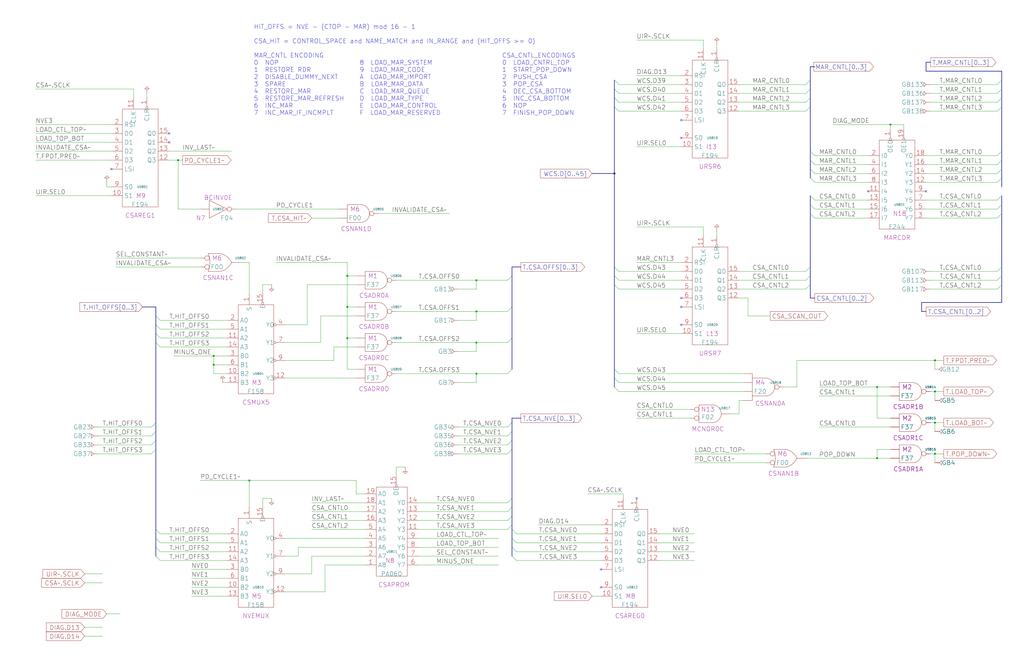
<source format=kicad_sch>
(kicad_sch (version 20230121) (generator eeschema)
  (paper "User" 584.2 378.46)
  (title_block (title "WRITABLE CONTROL STORE\\nCSA CONTROL") (date "15-MAR-90") (rev "1.0") (comment 1 "TYPE") (comment 2 "232-003062") (comment 3 "S400") (comment 4 "RELEASED"))
  (junction (at 533.4 259.08))
  (junction (at 121.92 203.2))
  (junction (at 533.4 241.3))
  (junction (at 101.6 91.44))
  (junction (at 271.78 213.36))
  (junction (at 271.78 177.8))
  (junction (at 500.38 220.98))
  (junction (at 508 71.12))
  (junction (at 500.38 261.62))
  (junction (at 533.4 223.52))
  (junction (at 198.12 175.26))
  (junction (at 198.12 193.04))
  (junction (at 350.52 99.06))
  (junction (at 271.78 160.02))
  (junction (at 533.4 205.74))
  (junction (at 271.78 195.58))
  (junction (at 121.92 208.28))
  (junction (at 198.12 157.48))
  (junction (at 142.24 274.32))
  (no_connect (at 342.9 335.28))
  (no_connect (at 388.62 78.74))
  (no_connect (at 388.62 185.42))
  (no_connect (at 96.52 81.28))
  (no_connect (at 495.3 109.22))
  (no_connect (at 363.22 284.48))
  (no_connect (at 342.9 325.12))
  (no_connect (at 96.52 76.2))
  (no_connect (at 388.62 175.26))
  (no_connect (at 388.62 170.18))
  (no_connect (at 528.32 109.22))
  (no_connect (at 63.5 96.52))
  (no_connect (at 388.62 68.58))
  (bus_entry (at 350.52 45.72) (size 2.54 2.54))
  (bus_entry (at 571.5 45.72) (size -2.54 2.54))
  (bus_entry (at 292.1 317.5) (size 2.54 2.54))
  (bus_entry (at 292.1 302.26) (size 2.54 2.54))
  (bus_entry (at 292.1 256.54) (size -2.54 2.54))
  (bus_entry (at 571.5 55.88) (size -2.54 2.54))
  (bus_entry (at 292.1 299.72) (size -2.54 2.54))
  (bus_entry (at 292.1 175.26) (size -2.54 2.54))
  (bus_entry (at 88.9 246.38) (size -2.54 2.54))
  (bus_entry (at 350.52 215.9) (size 2.54 2.54))
  (bus_entry (at 462.28 60.96) (size -2.54 2.54))
  (bus_entry (at 88.9 195.58) (size 2.54 2.54))
  (bus_entry (at 571.5 116.84) (size -2.54 2.54))
  (bus_entry (at 462.28 162.56) (size -2.54 2.54))
  (bus_entry (at 350.52 162.56) (size 2.54 2.54))
  (bus_entry (at 88.9 185.42) (size 2.54 2.54))
  (bus_entry (at 462.28 101.6) (size 2.54 2.54))
  (bus_entry (at 292.1 193.04) (size -2.54 2.54))
  (bus_entry (at 350.52 210.82) (size 2.54 2.54))
  (bus_entry (at 571.5 157.48) (size -2.54 2.54))
  (bus_entry (at 292.1 251.46) (size -2.54 2.54))
  (bus_entry (at 462.28 55.88) (size -2.54 2.54))
  (bus_entry (at 571.5 111.76) (size -2.54 2.54))
  (bus_entry (at 88.9 307.34) (size 2.54 2.54))
  (bus_entry (at 88.9 241.3) (size -2.54 2.54))
  (bus_entry (at 292.1 294.64) (size -2.54 2.54))
  (bus_entry (at 292.1 284.48) (size -2.54 2.54))
  (bus_entry (at 88.9 190.5) (size 2.54 2.54))
  (bus_entry (at 462.28 96.52) (size 2.54 2.54))
  (bus_entry (at 350.52 157.48) (size 2.54 2.54))
  (bus_entry (at 292.1 241.3) (size -2.54 2.54))
  (bus_entry (at 292.1 246.38) (size -2.54 2.54))
  (bus_entry (at 88.9 180.34) (size 2.54 2.54))
  (bus_entry (at 571.5 91.44) (size -2.54 2.54))
  (bus_entry (at 88.9 256.54) (size -2.54 2.54))
  (bus_entry (at 571.5 121.92) (size -2.54 2.54))
  (bus_entry (at 350.52 50.8) (size 2.54 2.54))
  (bus_entry (at 462.28 91.44) (size 2.54 2.54))
  (bus_entry (at 571.5 50.8) (size -2.54 2.54))
  (bus_entry (at 292.1 157.48) (size -2.54 2.54))
  (bus_entry (at 350.52 55.88) (size 2.54 2.54))
  (bus_entry (at 571.5 101.6) (size -2.54 2.54))
  (bus_entry (at 462.28 116.84) (size 2.54 2.54))
  (bus_entry (at 571.5 60.96) (size -2.54 2.54))
  (bus_entry (at 462.28 157.48) (size -2.54 2.54))
  (bus_entry (at 292.1 210.82) (size -2.54 2.54))
  (bus_entry (at 88.9 317.5) (size 2.54 2.54))
  (bus_entry (at 571.5 152.4) (size -2.54 2.54))
  (bus_entry (at 292.1 312.42) (size 2.54 2.54))
  (bus_entry (at 292.1 307.34) (size 2.54 2.54))
  (bus_entry (at 88.9 302.26) (size 2.54 2.54))
  (bus_entry (at 571.5 86.36) (size -2.54 2.54))
  (bus_entry (at 350.52 60.96) (size 2.54 2.54))
  (bus_entry (at 462.28 121.92) (size 2.54 2.54))
  (bus_entry (at 462.28 50.8) (size -2.54 2.54))
  (bus_entry (at 88.9 312.42) (size 2.54 2.54))
  (bus_entry (at 462.28 45.72) (size -2.54 2.54))
  (bus_entry (at 462.28 152.4) (size -2.54 2.54))
  (bus_entry (at 88.9 251.46) (size -2.54 2.54))
  (bus_entry (at 571.5 96.52) (size -2.54 2.54))
  (bus_entry (at 350.52 152.4) (size 2.54 2.54))
  (bus_entry (at 571.5 162.56) (size -2.54 2.54))
  (bus_entry (at 462.28 86.36) (size 2.54 2.54))
  (bus_entry (at 292.1 289.56) (size -2.54 2.54))
  (bus_entry (at 462.28 111.76) (size 2.54 2.54))
  (bus_entry (at 350.52 220.98) (size 2.54 2.54))
  (wire (pts (xy 363.22 233.68) (xy 393.7 233.68)))
  (wire (pts (xy 533.4 241.3) (xy 533.4 246.38)))
  (wire (pts (xy 421.64 228.6) (xy 424.18 228.6)))
  (wire (pts (xy 203.2 281.94) (xy 208.28 281.94)))
  (wire (pts (xy 528.32 99.06) (xy 568.96 99.06)))
  (wire (pts (xy 91.44 320.04) (xy 129.54 320.04)))
  (wire (pts (xy 396.24 264.16) (xy 436.88 264.16)))
  (wire (pts (xy 226.06 266.7) (xy 226.06 271.78)))
  (wire (pts (xy 401.32 22.86) (xy 401.32 27.94)))
  (wire (pts (xy 20.32 50.8) (xy 76.2 50.8)))
  (wire (pts (xy 421.64 53.34) (xy 459.74 53.34)))
  (wire (pts (xy 127 218.44) (xy 129.54 218.44)))
  (wire (pts (xy 271.78 195.58) (xy 289.56 195.58)))
  (bus (pts (xy 571.5 121.92) (xy 571.5 152.4)))
  (bus (pts (xy 88.9 190.5) (xy 88.9 195.58)))
  (wire (pts (xy 464.82 104.14) (xy 495.3 104.14)))
  (wire (pts (xy 459.74 261.62) (xy 500.38 261.62)))
  (wire (pts (xy 271.78 160.02) (xy 289.56 160.02)))
  (wire (pts (xy 238.76 307.34) (xy 284.48 307.34)))
  (bus (pts (xy 571.5 45.72) (xy 571.5 50.8)))
  (wire (pts (xy 508 71.12) (xy 515.62 71.12)))
  (wire (pts (xy 261.62 200.66) (xy 271.78 200.66)))
  (wire (pts (xy 238.76 302.26) (xy 289.56 302.26)))
  (wire (pts (xy 203.2 180.34) (xy 182.88 180.34)))
  (wire (pts (xy 198.12 193.04) (xy 198.12 210.82)))
  (wire (pts (xy 533.4 223.52) (xy 533.4 228.6)))
  (bus (pts (xy 350.52 45.72) (xy 350.52 50.8)))
  (bus (pts (xy 292.1 312.42) (xy 292.1 317.5)))
  (bus (pts (xy 88.9 185.42) (xy 88.9 190.5)))
  (bus (pts (xy 571.5 101.6) (xy 571.5 106.68)))
  (wire (pts (xy 20.32 91.44) (xy 63.5 91.44)))
  (wire (pts (xy 48.26 358.14) (xy 58.42 358.14)))
  (wire (pts (xy 170.18 317.5) (xy 162.56 317.5)))
  (wire (pts (xy 20.32 111.76) (xy 63.5 111.76)))
  (bus (pts (xy 88.9 251.46) (xy 88.9 256.54)))
  (bus (pts (xy 525.78 172.72) (xy 571.5 172.72)))
  (wire (pts (xy 421.64 160.02) (xy 459.74 160.02)))
  (wire (pts (xy 99.06 203.2) (xy 121.92 203.2)))
  (wire (pts (xy 149.86 162.56) (xy 154.94 162.56)))
  (wire (pts (xy 198.12 175.26) (xy 203.2 175.26)))
  (wire (pts (xy 353.06 223.52) (xy 424.18 223.52)))
  (wire (pts (xy 396.24 259.08) (xy 436.88 259.08)))
  (wire (pts (xy 528.32 114.3) (xy 568.96 114.3)))
  (wire (pts (xy 353.06 154.94) (xy 388.62 154.94)))
  (bus (pts (xy 88.9 175.26) (xy 88.9 180.34)))
  (wire (pts (xy 149.86 167.64) (xy 149.86 162.56)))
  (wire (pts (xy 363.22 129.54) (xy 401.32 129.54)))
  (wire (pts (xy 363.22 43.18) (xy 388.62 43.18)))
  (bus (pts (xy 350.52 50.8) (xy 350.52 55.88)))
  (bus (pts (xy 462.28 91.44) (xy 462.28 96.52)))
  (wire (pts (xy 109.22 325.12) (xy 129.54 325.12)))
  (wire (pts (xy 142.24 274.32) (xy 203.2 274.32)))
  (bus (pts (xy 571.5 162.56) (xy 571.5 172.72)))
  (wire (pts (xy 226.06 195.58) (xy 271.78 195.58)))
  (wire (pts (xy 375.92 314.96) (xy 396.24 314.96)))
  (bus (pts (xy 462.28 60.96) (xy 462.28 86.36)))
  (wire (pts (xy 464.82 88.9) (xy 495.3 88.9)))
  (wire (pts (xy 208.28 312.42) (xy 170.18 312.42)))
  (wire (pts (xy 464.82 119.38) (xy 495.3 119.38)))
  (wire (pts (xy 198.12 175.26) (xy 198.12 193.04)))
  (wire (pts (xy 238.76 297.18) (xy 289.56 297.18)))
  (wire (pts (xy 76.2 50.8) (xy 76.2 55.88)))
  (bus (pts (xy 292.1 302.26) (xy 292.1 307.34)))
  (wire (pts (xy 294.64 304.8) (xy 342.9 304.8)))
  (bus (pts (xy 462.28 38.1) (xy 462.28 45.72)))
  (wire (pts (xy 48.26 363.22) (xy 58.42 363.22)))
  (bus (pts (xy 292.1 246.38) (xy 292.1 251.46)))
  (wire (pts (xy 353.06 213.36) (xy 424.18 213.36)))
  (wire (pts (xy 175.26 185.42) (xy 162.56 185.42)))
  (wire (pts (xy 464.82 99.06) (xy 495.3 99.06)))
  (wire (pts (xy 454.66 220.98) (xy 447.04 220.98)))
  (wire (pts (xy 203.2 274.32) (xy 203.2 281.94)))
  (bus (pts (xy 571.5 111.76) (xy 571.5 116.84)))
  (wire (pts (xy 421.64 58.42) (xy 459.74 58.42)))
  (wire (pts (xy 55.88 243.84) (xy 86.36 243.84)))
  (wire (pts (xy 530.86 48.26) (xy 568.96 48.26)))
  (wire (pts (xy 353.06 165.1) (xy 388.62 165.1)))
  (wire (pts (xy 91.44 304.8) (xy 129.54 304.8)))
  (wire (pts (xy 533.4 205.74) (xy 454.66 205.74)))
  (wire (pts (xy 261.62 165.1) (xy 271.78 165.1)))
  (wire (pts (xy 363.22 238.76) (xy 393.7 238.76)))
  (wire (pts (xy 421.64 165.1) (xy 459.74 165.1)))
  (bus (pts (xy 88.9 195.58) (xy 88.9 241.3)))
  (wire (pts (xy 271.78 200.66) (xy 271.78 195.58)))
  (wire (pts (xy 91.44 198.12) (xy 129.54 198.12)))
  (bus (pts (xy 530.86 35.56) (xy 528.32 35.56)))
  (wire (pts (xy 533.4 259.08) (xy 533.4 264.16)))
  (wire (pts (xy 142.24 274.32) (xy 142.24 289.56)))
  (bus (pts (xy 462.28 152.4) (xy 462.28 157.48)))
  (wire (pts (xy 190.5 198.12) (xy 190.5 205.74)))
  (bus (pts (xy 462.28 45.72) (xy 462.28 50.8)))
  (wire (pts (xy 198.12 149.86) (xy 198.12 157.48)))
  (bus (pts (xy 88.9 307.34) (xy 88.9 312.42)))
  (bus (pts (xy 292.1 256.54) (xy 292.1 284.48)))
  (wire (pts (xy 109.22 335.28) (xy 129.54 335.28)))
  (wire (pts (xy 177.8 287.02) (xy 208.28 287.02)))
  (bus (pts (xy 292.1 307.34) (xy 292.1 312.42)))
  (wire (pts (xy 538.48 205.74) (xy 533.4 205.74)))
  (bus (pts (xy 571.5 116.84) (xy 571.5 121.92)))
  (wire (pts (xy 177.8 124.46) (xy 193.04 124.46)))
  (wire (pts (xy 60.96 106.68) (xy 63.5 106.68)))
  (wire (pts (xy 416.56 236.22) (xy 421.64 236.22)))
  (bus (pts (xy 350.52 215.9) (xy 350.52 220.98)))
  (wire (pts (xy 203.2 198.12) (xy 190.5 198.12)))
  (wire (pts (xy 121.92 208.28) (xy 121.92 203.2)))
  (wire (pts (xy 474.98 71.12) (xy 508 71.12)))
  (wire (pts (xy 533.4 205.74) (xy 533.4 210.82)))
  (wire (pts (xy 271.78 213.36) (xy 289.56 213.36)))
  (wire (pts (xy 185.42 337.82) (xy 162.56 337.82)))
  (wire (pts (xy 261.62 259.08) (xy 289.56 259.08)))
  (wire (pts (xy 109.22 330.2) (xy 129.54 330.2)))
  (wire (pts (xy 421.64 154.94) (xy 459.74 154.94)))
  (wire (pts (xy 464.82 93.98) (xy 495.3 93.98)))
  (wire (pts (xy 157.48 149.86) (xy 198.12 149.86)))
  (bus (pts (xy 462.28 170.18) (xy 464.82 170.18)))
  (bus (pts (xy 350.52 99.06) (xy 350.52 152.4)))
  (wire (pts (xy 408.94 132.08) (xy 408.94 134.62)))
  (wire (pts (xy 101.6 119.38) (xy 101.6 91.44)))
  (wire (pts (xy 464.82 124.46) (xy 495.3 124.46)))
  (bus (pts (xy 88.9 256.54) (xy 88.9 302.26)))
  (wire (pts (xy 203.2 162.56) (xy 175.26 162.56)))
  (wire (pts (xy 91.44 193.04) (xy 129.54 193.04)))
  (wire (pts (xy 533.4 259.08) (xy 538.48 259.08)))
  (bus (pts (xy 571.5 60.96) (xy 571.5 86.36)))
  (wire (pts (xy 528.32 124.46) (xy 568.96 124.46)))
  (wire (pts (xy 408.94 25.4) (xy 408.94 27.94)))
  (wire (pts (xy 190.5 205.74) (xy 162.56 205.74)))
  (bus (pts (xy 292.1 251.46) (xy 292.1 256.54)))
  (bus (pts (xy 350.52 162.56) (xy 350.52 210.82)))
  (wire (pts (xy 48.26 327.66) (xy 58.42 327.66)))
  (wire (pts (xy 530.86 259.08) (xy 533.4 259.08)))
  (bus (pts (xy 292.1 238.76) (xy 292.1 241.3)))
  (wire (pts (xy 294.64 309.88) (xy 342.9 309.88)))
  (wire (pts (xy 294.64 320.04) (xy 342.9 320.04)))
  (wire (pts (xy 215.9 121.92) (xy 256.54 121.92)))
  (wire (pts (xy 238.76 312.42) (xy 284.48 312.42)))
  (wire (pts (xy 528.32 88.9) (xy 568.96 88.9)))
  (wire (pts (xy 134.62 119.38) (xy 193.04 119.38)))
  (wire (pts (xy 271.78 182.88) (xy 271.78 177.8)))
  (wire (pts (xy 83.82 53.34) (xy 83.82 55.88)))
  (wire (pts (xy 426.72 180.34) (xy 426.72 170.18)))
  (wire (pts (xy 137.16 149.86) (xy 142.24 149.86)))
  (wire (pts (xy 198.12 193.04) (xy 203.2 193.04)))
  (bus (pts (xy 571.5 96.52) (xy 571.5 101.6)))
  (wire (pts (xy 91.44 314.96) (xy 129.54 314.96)))
  (wire (pts (xy 261.62 254) (xy 289.56 254)))
  (wire (pts (xy 238.76 322.58) (xy 284.48 322.58)))
  (bus (pts (xy 462.28 157.48) (xy 462.28 162.56)))
  (wire (pts (xy 500.38 238.76) (xy 500.38 220.98)))
  (wire (pts (xy 500.38 261.62) (xy 508 261.62)))
  (bus (pts (xy 528.32 35.56) (xy 528.32 40.64)))
  (wire (pts (xy 60.96 104.14) (xy 60.96 106.68)))
  (wire (pts (xy 353.06 53.34) (xy 388.62 53.34)))
  (bus (pts (xy 350.52 55.88) (xy 350.52 60.96)))
  (wire (pts (xy 114.3 274.32) (xy 142.24 274.32)))
  (wire (pts (xy 530.86 58.42) (xy 568.96 58.42)))
  (wire (pts (xy 198.12 210.82) (xy 203.2 210.82)))
  (wire (pts (xy 271.78 218.44) (xy 271.78 213.36)))
  (wire (pts (xy 55.88 248.92) (xy 86.36 248.92)))
  (wire (pts (xy 500.38 220.98) (xy 508 220.98)))
  (wire (pts (xy 533.4 241.3) (xy 538.48 241.3)))
  (bus (pts (xy 571.5 152.4) (xy 571.5 157.48)))
  (bus (pts (xy 88.9 180.34) (xy 88.9 185.42)))
  (wire (pts (xy 467.36 243.84) (xy 508 243.84)))
  (wire (pts (xy 353.06 160.02) (xy 388.62 160.02)))
  (bus (pts (xy 292.1 157.48) (xy 292.1 175.26)))
  (wire (pts (xy 353.06 218.44) (xy 424.18 218.44)))
  (wire (pts (xy 528.32 104.14) (xy 568.96 104.14)))
  (wire (pts (xy 231.14 266.7) (xy 226.06 266.7)))
  (wire (pts (xy 421.64 63.5) (xy 459.74 63.5)))
  (wire (pts (xy 226.06 177.8) (xy 271.78 177.8)))
  (wire (pts (xy 353.06 63.5) (xy 388.62 63.5)))
  (bus (pts (xy 462.28 96.52) (xy 462.28 101.6)))
  (bus (pts (xy 292.1 299.72) (xy 292.1 302.26)))
  (wire (pts (xy 467.36 226.06) (xy 508 226.06)))
  (bus (pts (xy 81.28 175.26) (xy 88.9 175.26)))
  (wire (pts (xy 226.06 213.36) (xy 271.78 213.36)))
  (wire (pts (xy 508 71.12) (xy 508 73.66)))
  (wire (pts (xy 307.34 299.72) (xy 342.9 299.72)))
  (bus (pts (xy 292.1 294.64) (xy 292.1 299.72)))
  (wire (pts (xy 177.8 317.5) (xy 208.28 317.5)))
  (bus (pts (xy 462.28 55.88) (xy 462.28 60.96)))
  (bus (pts (xy 292.1 175.26) (xy 292.1 193.04)))
  (wire (pts (xy 20.32 76.2) (xy 63.5 76.2)))
  (bus (pts (xy 462.28 116.84) (xy 462.28 121.92)))
  (wire (pts (xy 208.28 322.58) (xy 185.42 322.58)))
  (wire (pts (xy 337.82 340.36) (xy 342.9 340.36)))
  (bus (pts (xy 571.5 50.8) (xy 571.5 55.88)))
  (wire (pts (xy 121.92 208.28) (xy 129.54 208.28)))
  (wire (pts (xy 55.88 259.08) (xy 86.36 259.08)))
  (wire (pts (xy 198.12 157.48) (xy 203.2 157.48)))
  (wire (pts (xy 142.24 149.86) (xy 142.24 167.64)))
  (bus (pts (xy 528.32 177.8) (xy 525.78 177.8)))
  (bus (pts (xy 350.52 60.96) (xy 350.52 99.06)))
  (wire (pts (xy 109.22 340.36) (xy 129.54 340.36)))
  (wire (pts (xy 175.26 162.56) (xy 175.26 185.42)))
  (wire (pts (xy 363.22 149.86) (xy 388.62 149.86)))
  (wire (pts (xy 530.86 241.3) (xy 533.4 241.3)))
  (wire (pts (xy 421.64 236.22) (xy 421.64 228.6)))
  (wire (pts (xy 500.38 256.54) (xy 500.38 261.62)))
  (wire (pts (xy 66.04 152.4) (xy 114.3 152.4)))
  (wire (pts (xy 261.62 243.84) (xy 289.56 243.84)))
  (bus (pts (xy 292.1 241.3) (xy 292.1 246.38)))
  (wire (pts (xy 530.86 160.02) (xy 568.96 160.02)))
  (wire (pts (xy 60.96 350.52) (xy 68.58 350.52)))
  (bus (pts (xy 528.32 40.64) (xy 571.5 40.64)))
  (bus (pts (xy 571.5 157.48) (xy 571.5 162.56)))
  (wire (pts (xy 238.76 317.5) (xy 284.48 317.5)))
  (bus (pts (xy 88.9 246.38) (xy 88.9 251.46)))
  (wire (pts (xy 528.32 93.98) (xy 568.96 93.98)))
  (wire (pts (xy 177.8 297.18) (xy 208.28 297.18)))
  (wire (pts (xy 353.06 58.42) (xy 388.62 58.42)))
  (bus (pts (xy 571.5 40.64) (xy 571.5 45.72)))
  (wire (pts (xy 149.86 284.48) (xy 149.86 289.56)))
  (wire (pts (xy 101.6 91.44) (xy 104.14 91.44)))
  (wire (pts (xy 177.8 292.1) (xy 208.28 292.1)))
  (wire (pts (xy 439.42 180.34) (xy 426.72 180.34)))
  (bus (pts (xy 292.1 289.56) (xy 292.1 294.64)))
  (bus (pts (xy 292.1 193.04) (xy 292.1 210.82)))
  (wire (pts (xy 363.22 22.86) (xy 401.32 22.86)))
  (bus (pts (xy 88.9 241.3) (xy 88.9 246.38)))
  (wire (pts (xy 182.88 180.34) (xy 182.88 195.58)))
  (bus (pts (xy 88.9 302.26) (xy 88.9 307.34)))
  (wire (pts (xy 261.62 248.92) (xy 289.56 248.92)))
  (wire (pts (xy 375.92 304.8) (xy 396.24 304.8)))
  (bus (pts (xy 350.52 157.48) (xy 350.52 162.56)))
  (wire (pts (xy 401.32 129.54) (xy 401.32 134.62)))
  (wire (pts (xy 177.8 327.66) (xy 177.8 317.5)))
  (bus (pts (xy 292.1 152.4) (xy 292.1 157.48)))
  (bus (pts (xy 462.28 121.92) (xy 462.28 152.4)))
  (wire (pts (xy 363.22 83.82) (xy 388.62 83.82)))
  (wire (pts (xy 170.18 312.42) (xy 170.18 317.5)))
  (wire (pts (xy 185.42 322.58) (xy 185.42 337.82)))
  (wire (pts (xy 375.92 320.04) (xy 396.24 320.04)))
  (bus (pts (xy 462.28 38.1) (xy 464.82 38.1)))
  (wire (pts (xy 508 256.54) (xy 500.38 256.54)))
  (wire (pts (xy 530.86 53.34) (xy 568.96 53.34)))
  (wire (pts (xy 48.26 332.74) (xy 58.42 332.74)))
  (wire (pts (xy 238.76 292.1) (xy 289.56 292.1)))
  (wire (pts (xy 261.62 182.88) (xy 271.78 182.88)))
  (wire (pts (xy 177.8 302.26) (xy 208.28 302.26)))
  (wire (pts (xy 355.6 281.94) (xy 355.6 284.48)))
  (wire (pts (xy 271.78 165.1) (xy 271.78 160.02)))
  (wire (pts (xy 530.86 154.94) (xy 568.96 154.94)))
  (wire (pts (xy 375.92 309.88) (xy 396.24 309.88)))
  (wire (pts (xy 55.88 254) (xy 86.36 254)))
  (wire (pts (xy 20.32 86.36) (xy 63.5 86.36)))
  (bus (pts (xy 571.5 86.36) (xy 571.5 91.44)))
  (wire (pts (xy 530.86 165.1) (xy 568.96 165.1)))
  (wire (pts (xy 238.76 287.02) (xy 289.56 287.02)))
  (bus (pts (xy 571.5 91.44) (xy 571.5 96.52)))
  (wire (pts (xy 20.32 71.12) (xy 63.5 71.12)))
  (wire (pts (xy 96.52 91.44) (xy 101.6 91.44)))
  (wire (pts (xy 162.56 327.66) (xy 177.8 327.66)))
  (wire (pts (xy 91.44 182.88) (xy 129.54 182.88)))
  (wire (pts (xy 20.32 81.28) (xy 63.5 81.28)))
  (wire (pts (xy 363.22 190.5) (xy 388.62 190.5)))
  (bus (pts (xy 88.9 312.42) (xy 88.9 317.5)))
  (bus (pts (xy 297.18 238.76) (xy 292.1 238.76)))
  (wire (pts (xy 530.86 63.5) (xy 568.96 63.5)))
  (wire (pts (xy 91.44 187.96) (xy 129.54 187.96)))
  (wire (pts (xy 182.88 195.58) (xy 162.56 195.58)))
  (wire (pts (xy 114.3 119.38) (xy 101.6 119.38)))
  (wire (pts (xy 271.78 177.8) (xy 289.56 177.8)))
  (wire (pts (xy 533.4 223.52) (xy 538.48 223.52)))
  (wire (pts (xy 335.28 281.94) (xy 355.6 281.94)))
  (wire (pts (xy 162.56 215.9) (xy 203.2 215.9)))
  (wire (pts (xy 129.54 213.36) (xy 121.92 213.36)))
  (bus (pts (xy 350.52 210.82) (xy 350.52 215.9)))
  (wire (pts (xy 515.62 71.12) (xy 515.62 73.66)))
  (wire (pts (xy 121.92 213.36) (xy 121.92 208.28)))
  (bus (pts (xy 292.1 284.48) (xy 292.1 289.56)))
  (wire (pts (xy 508 238.76) (xy 500.38 238.76)))
  (wire (pts (xy 353.06 48.26) (xy 388.62 48.26)))
  (bus (pts (xy 462.28 86.36) (xy 462.28 91.44)))
  (wire (pts (xy 426.72 170.18) (xy 421.64 170.18)))
  (wire (pts (xy 198.12 157.48) (xy 198.12 175.26)))
  (wire (pts (xy 162.56 307.34) (xy 208.28 307.34)))
  (bus (pts (xy 462.28 111.76) (xy 462.28 116.84)))
  (bus (pts (xy 462.28 162.56) (xy 462.28 170.18)))
  (wire (pts (xy 91.44 309.88) (xy 129.54 309.88)))
  (wire (pts (xy 294.64 314.96) (xy 342.9 314.96)))
  (wire (pts (xy 454.66 205.74) (xy 454.66 220.98)))
  (bus (pts (xy 571.5 55.88) (xy 571.5 60.96)))
  (wire (pts (xy 530.86 223.52) (xy 533.4 223.52)))
  (wire (pts (xy 467.36 220.98) (xy 500.38 220.98)))
  (bus (pts (xy 337.82 99.06) (xy 350.52 99.06)))
  (wire (pts (xy 464.82 114.3) (xy 495.3 114.3)))
  (wire (pts (xy 121.92 203.2) (xy 129.54 203.2)))
  (wire (pts (xy 528.32 119.38) (xy 568.96 119.38)))
  (wire (pts (xy 66.04 147.32) (xy 114.3 147.32)))
  (bus (pts (xy 297.18 152.4) (xy 292.1 152.4)))
  (wire (pts (xy 96.52 86.36) (xy 132.08 86.36)))
  (bus (pts (xy 350.52 152.4) (xy 350.52 157.48)))
  (wire (pts (xy 154.94 284.48) (xy 149.86 284.48)))
  (wire (pts (xy 261.62 218.44) (xy 271.78 218.44)))
  (wire (pts (xy 226.06 160.02) (xy 271.78 160.02)))
  (bus (pts (xy 462.28 50.8) (xy 462.28 55.88)))
  (wire (pts (xy 421.64 48.26) (xy 459.74 48.26)))
  (bus (pts (xy 525.78 177.8) (xy 525.78 172.72)))
  (text "HIT_OFFS = NVE - (CTOP - MAR) mod 16 - 1 \n \nCSA_HIT = CONTROL_SPACE and NAME_MATCH and IN_RANGE and (HIT_OFFS >= 0) \n \nMAR_CNTL ENCODING 										CSA_CNTL_ENCODINGS\n0  NOP                 	8  LOAD_MAR_SYSTEM             	0  LOAD_CNTRL_TOP\n1  RESTORE RDR         	9  LOAD_MAR_CODE               	1  START_POP_DOWN\n2  DISABLE_DUMMY_NEXT  	A  LOAD_MAR_IMPORT             	2  PUSH_CSA\n3  SPARE               	B  LOAR_MAR_DATA               	3  POP_CSA\n4  RESTORE_MAR         	C  LOAD_MAR_QUEUE              	4  DEC_CSA_BOTTOM\n5  RESTORE_MAR_REFRESH 	D  LOAD_MAR_TYPE               	5  INC_CSA_BOTTOM\n6  INC_MAR             	E  LOAD_MAR_CONTROL            	6  NOP\n7  INC_MAR_IF_INCMPLT  	F  LOAD_MAR_RESERVED           	7  FINISH_POP_DOWN\n" (at 144.78 66.04 0) (effects (font (size 2.54 2.54)) (justify left bottom)))
  (label "WCS.D45" (at 363.22 165.1 0) (effects (font (size 2.54 2.54))))
  (label "INV_LAST~" (at 104.14 86.36 0) (effects (font (size 2.54 2.54))))
  (label "NVE3" (at 383.54 320.04 0) (effects (font (size 2.54 2.54))))
  (label "T.MAR_CNTL2" (at 535.94 58.42 0) (effects (font (size 2.54 2.54))))
  (label "LOAD_CTL_TOP~" (at 20.32 76.2 0) (effects (font (size 2.54 2.54))))
  (label "LOAD_CTL_TOP~" (at 248.92 307.34 0) (effects (font (size 2.54 2.54))))
  (label "POP_DOWN" (at 467.36 261.62 0) (effects (font (size 2.54 2.54))))
  (label "T.CSA_NVE0" (at 248.92 287.02 0) (effects (font (size 2.54 2.54))))
  (label "LOAD_TOP_BOT" (at 20.32 81.28 0) (effects (font (size 2.54 2.54))))
  (label "MAR_CNTL0" (at 467.36 88.9 0) (effects (font (size 2.54 2.54))))
  (label "MAR_CNTL3" (at 429.26 63.5 0) (effects (font (size 2.54 2.54))))
  (label "T.CSA_CNTL2" (at 535.94 165.1 0) (effects (font (size 2.54 2.54))))
  (label "CSA~.SCLK" (at 20.32 50.8 0) (effects (font (size 2.54 2.54))))
  (label "T.CSA_CNTL0" (at 535.94 114.3 0) (effects (font (size 2.54 2.54))))
  (label "T.HIT_OFFS3" (at 96.52 198.12 0) (effects (font (size 2.54 2.54))))
  (label "T.CSA_NVE1" (at 307.34 309.88 0) (effects (font (size 2.54 2.54))))
  (label "T.HIT_OFFS3" (at 58.42 259.08 0) (effects (font (size 2.54 2.54))))
  (label "T.MAR_CNTL3" (at 535.94 104.14 0) (effects (font (size 2.54 2.54))))
  (label "T.CSA_CNTL1" (at 535.94 119.38 0) (effects (font (size 2.54 2.54))))
  (label "WCS.D43" (at 363.22 213.36 0) (effects (font (size 2.54 2.54))))
  (label "NVE2" (at 383.54 314.96 0) (effects (font (size 2.54 2.54))))
  (label "UIR.SEL0" (at 20.32 111.76 0) (effects (font (size 2.54 2.54))))
  (label "DIAG_MODE" (at 474.98 71.12 0) (effects (font (size 2.54 2.54))))
  (label "T.CSA.OFFS0" (at 238.76 160.02 0) (effects (font (size 2.54 2.54))))
  (label "T.CSA_NVE2" (at 264.16 254 0) (effects (font (size 2.54 2.54))))
  (label "PD_CYCLE1" (at 157.48 119.38 0) (effects (font (size 2.54 2.54))))
  (label "NVE0" (at 109.22 325.12 0) (effects (font (size 2.54 2.54))))
  (label "T.CSA_NVE1" (at 264.16 248.92 0) (effects (font (size 2.54 2.54))))
  (label "T.CSA_NVE1" (at 248.92 292.1 0) (effects (font (size 2.54 2.54))))
  (label "CSA_CNTL1" (at 467.36 119.38 0) (effects (font (size 2.54 2.54))))
  (label "T.HIT_OFFS2" (at 58.42 254 0) (effects (font (size 2.54 2.54))))
  (label "CSA_CNTL0" (at 429.26 154.94 0) (effects (font (size 2.54 2.54))))
  (label "T.CSA_CNTL1" (at 535.94 160.02 0) (effects (font (size 2.54 2.54))))
  (label "MAR_CNTL2" (at 429.26 58.42 0) (effects (font (size 2.54 2.54))))
  (label "T.HIT_OFFS1" (at 96.52 309.88 0) (effects (font (size 2.54 2.54))))
  (label "DIAG.D14" (at 307.34 299.72 0) (effects (font (size 2.54 2.54))))
  (label "T.MAR_CNTL0" (at 535.94 88.9 0) (effects (font (size 2.54 2.54))))
  (label "T.MAR_CNTL1" (at 535.94 53.34 0) (effects (font (size 2.54 2.54))))
  (label "PD_CYCLE1~" (at 396.24 264.16 0) (effects (font (size 2.54 2.54))))
  (label "UIR.SEL0" (at 363.22 83.82 0) (effects (font (size 2.54 2.54))))
  (label "NVE2" (at 109.22 335.28 0) (effects (font (size 2.54 2.54))))
  (label "NVE3" (at 109.22 340.36 0) (effects (font (size 2.54 2.54))))
  (label "MAR_CNTL2" (at 467.36 99.06 0) (effects (font (size 2.54 2.54))))
  (label "INVALIDATE_CSA~" (at 223.52 121.92 0) (effects (font (size 2.54 2.54))))
  (label "WCS.D41" (at 363.22 58.42 0) (effects (font (size 2.54 2.54))))
  (label "T.CSA_NVE3" (at 264.16 259.08 0) (effects (font (size 2.54 2.54))))
  (label "WCS.D40" (at 363.22 53.34 0) (effects (font (size 2.54 2.54))))
  (label "DIAG.D13" (at 363.22 43.18 0) (effects (font (size 2.54 2.54))))
  (label "INV_LAST~" (at 177.8 287.02 0) (effects (font (size 2.54 2.54))))
  (label "CSA_CNTL2" (at 177.8 302.26 0) (effects (font (size 2.54 2.54))))
  (label "T.MAR_CNTL3" (at 535.94 63.5 0) (effects (font (size 2.54 2.54))))
  (label "CSA_CNTL1" (at 429.26 160.02 0) (effects (font (size 2.54 2.54))))
  (label "CSA_CNTL2" (at 429.26 165.1 0) (effects (font (size 2.54 2.54))))
  (label "MAR_CNTL1" (at 429.26 53.34 0) (effects (font (size 2.54 2.54))))
  (label "LOAD_TOP_BOT" (at 248.92 312.42 0) (effects (font (size 2.54 2.54))))
  (label "INVALIDATE_CSA~" (at 66.04 152.4 0) (effects (font (size 2.54 2.54))))
  (label "WCS.D43" (at 363.22 154.94 0) (effects (font (size 2.54 2.54))))
  (label "T.HIT_OFFS1" (at 96.52 187.96 0) (effects (font (size 2.54 2.54))))
  (label "T.CSA.OFFS1" (at 238.76 177.8 0) (effects (font (size 2.54 2.54))))
  (label "PD_CYCLE1~" (at 114.3 274.32 0) (effects (font (size 2.54 2.54))))
  (label "T.CSA_CNTL2" (at 535.94 124.46 0) (effects (font (size 2.54 2.54))))
  (label "T.HIT_OFFS3" (at 96.52 320.04 0) (effects (font (size 2.54 2.54))))
  (label "T.MAR_CNTL0" (at 535.94 48.26 0) (effects (font (size 2.54 2.54))))
  (label "MAR_CNTL3" (at 363.22 149.86 0) (effects (font (size 2.54 2.54))))
  (label "T.FPDT.PRED~" (at 20.32 91.44 0) (effects (font (size 2.54 2.54))))
  (label "INVALIDATE_CSA~" (at 20.32 86.36 0) (effects (font (size 2.54 2.54))))
  (label "T.HIT_OFFS0" (at 96.52 304.8 0) (effects (font (size 2.54 2.54))))
  (label "CSA~.SCLK" (at 335.28 281.94 0) (effects (font (size 2.54 2.54))))
  (label "T.HIT_OFFS2" (at 96.52 193.04 0) (effects (font (size 2.54 2.54))))
  (label "SEL_CONSTANT~" (at 248.92 317.5 0) (effects (font (size 2.54 2.54))))
  (label "WCS.D44" (at 363.22 218.44 0) (effects (font (size 2.54 2.54))))
  (label "T.CSA.OFFS3" (at 238.76 213.36 0) (effects (font (size 2.54 2.54))))
  (label "MINUS_ONE" (at 248.92 322.58 0) (effects (font (size 2.54 2.54))))
  (label "NVE0" (at 383.54 304.8 0) (effects (font (size 2.54 2.54))))
  (label "NVE1" (at 109.22 330.2 0) (effects (font (size 2.54 2.54))))
  (label "T.MAR_CNTL1" (at 535.94 93.98 0) (effects (font (size 2.54 2.54))))
  (label "WCS.D45" (at 363.22 223.52 0) (effects (font (size 2.54 2.54))))
  (label "T.MAR_CNTL2" (at 535.94 99.06 0) (effects (font (size 2.54 2.54))))
  (label "LOAD_CTL_TOP~" (at 396.24 259.08 0) (effects (font (size 2.54 2.54))))
  (label "T.CSA.OFFS2" (at 238.76 195.58 0) (effects (font (size 2.54 2.54))))
  (label "CSA_CNTL1" (at 467.36 226.06 0) (effects (font (size 2.54 2.54))))
  (label "WCS.D39" (at 363.22 48.26 0) (effects (font (size 2.54 2.54))))
  (label "CSA_CNTL1" (at 177.8 297.18 0) (effects (font (size 2.54 2.54))))
  (label "WCS.D44" (at 363.22 160.02 0) (effects (font (size 2.54 2.54))))
  (label "NVE3" (at 20.32 71.12 0) (effects (font (size 2.54 2.54))))
  (label "NVE1" (at 383.54 309.88 0) (effects (font (size 2.54 2.54))))
  (label "MAR_CNTL3" (at 467.36 104.14 0) (effects (font (size 2.54 2.54))))
  (label "T.CSA_NVE0" (at 307.34 304.8 0) (effects (font (size 2.54 2.54))))
  (label "CSA_CNTL1" (at 363.22 238.76 0) (effects (font (size 2.54 2.54))))
  (label "T.CSA_NVE2" (at 248.92 297.18 0) (effects (font (size 2.54 2.54))))
  (label "T.HIT_OFFS2" (at 96.52 314.96 0) (effects (font (size 2.54 2.54))))
  (label "T.HIT_OFFS0" (at 58.42 243.84 0) (effects (font (size 2.54 2.54))))
  (label "UIR~.SCLK" (at 363.22 129.54 0) (effects (font (size 2.54 2.54))))
  (label "T.CSA_NVE0" (at 264.16 243.84 0) (effects (font (size 2.54 2.54))))
  (label "T.CSA_NVE3" (at 307.34 320.04 0) (effects (font (size 2.54 2.54))))
  (label "CSA_CNTL0" (at 363.22 233.68 0) (effects (font (size 2.54 2.54))))
  (label "MAR_CNTL1" (at 467.36 93.98 0) (effects (font (size 2.54 2.54))))
  (label "WCS.D42" (at 363.22 63.5 0) (effects (font (size 2.54 2.54))))
  (label "T.HIT_OFFS0" (at 96.52 182.88 0) (effects (font (size 2.54 2.54))))
  (label "CSA_CNTL0" (at 467.36 114.3 0) (effects (font (size 2.54 2.54))))
  (label "UIR.SEL0" (at 363.22 190.5 0) (effects (font (size 2.54 2.54))))
  (label "CSA_CNTL0" (at 177.8 292.1 0) (effects (font (size 2.54 2.54))))
  (label "T.CSA_NVE2" (at 307.34 314.96 0) (effects (font (size 2.54 2.54))))
  (label "CSA_CNTL0" (at 467.36 243.84 0) (effects (font (size 2.54 2.54))))
  (label "LOAD_TOP_BOT" (at 467.36 220.98 0) (effects (font (size 2.54 2.54))))
  (label "MINUS_ONE" (at 99.06 203.2 0) (effects (font (size 2.54 2.54))))
  (label "T.CSA_NVE3" (at 248.92 302.26 0) (effects (font (size 2.54 2.54))))
  (label "MAR_CNTL0" (at 429.26 48.26 0) (effects (font (size 2.54 2.54))))
  (label "T.CSA_CNTL0" (at 535.94 154.94 0) (effects (font (size 2.54 2.54))))
  (label "UIR~.SCLK" (at 363.22 22.86 0) (effects (font (size 2.54 2.54))))
  (label "T.HIT_OFFS1" (at 58.42 248.92 0) (effects (font (size 2.54 2.54))))
  (label "INVALIDATE_CSA~" (at 157.48 149.86 0) (effects (font (size 2.54 2.54))))
  (label "SEL_CONSTANT~" (at 66.04 147.32 0) (effects (font (size 2.54 2.54))))
  (label "CSA_CNTL2" (at 467.36 124.46 0) (effects (font (size 2.54 2.54))))
  (global_label "T.FPDT.PRED~" (shape output) (at 538.48 205.74 0) (effects (font (size 2.54 2.54))) (property "Intersheetrefs" "${INTERSHEET_REFS}" (at 568.585 205.5813 0) (effects (font (size 1.905 1.905)) (justify left))))
  (global_label "T.MAR_CNTL[0..3]" (shape output) (at 530.86 35.56 0) (effects (font (size 2.54 2.54))) (property "Intersheetrefs" "${INTERSHEET_REFS}" (at 568.2222 35.4013 0) (effects (font (size 1.905 1.905)) (justify left))))
  (global_label "CSA_SCAN_OUT" (shape output) (at 439.42 180.34 0) (effects (font (size 2.54 2.54))) (property "Intersheetrefs" "${INTERSHEET_REFS}" (at 472.307 180.1813 0) (effects (font (size 1.905 1.905)) (justify left))))
  (global_label "T.CSA_CNTL[0..2]" (shape output) (at 528.32 177.8 0) (effects (font (size 2.54 2.54))) (property "Intersheetrefs" "${INTERSHEET_REFS}" (at 565.1984 177.6413 0) (effects (font (size 1.905 1.905)) (justify left))))
  (global_label "T.LOAD_TOP~" (shape output) (at 538.48 223.52 0) (effects (font (size 2.54 2.54))) (property "Intersheetrefs" "${INTERSHEET_REFS}" (at 566.7708 223.3613 0) (effects (font (size 1.905 1.905)) (justify left))))
  (global_label "UIR~.SCLK" (shape input) (at 48.26 327.66 180) (effects (font (size 2.54 2.54))) (property "Intersheetrefs" "${INTERSHEET_REFS}" (at 18.2759 327.5013 0) (effects (font (size 1.905 1.905)) (justify right))))
  (global_label "MAR_CNTL[0..3]" (shape output) (at 464.1716 38.1 0) (effects (font (size 2.54 2.54))) (property "Intersheetrefs" "${INTERSHEET_REFS}" (at 498.389 37.9413 0) (effects (font (size 1.905 1.905)) (justify left))))
  (global_label "DIAG.D13" (shape input) (at 48.26 358.14 180) (effects (font (size 2.54 2.54))) (property "Intersheetrefs" "${INTERSHEET_REFS}" (at 26.3797 357.9813 0) (effects (font (size 1.905 1.905)) (justify right))))
  (global_label "WCS.D[0..45]" (shape input) (at 337.82 99.06 180) (effects (font (size 2.54 2.54))) (property "Intersheetrefs" "${INTERSHEET_REFS}" (at 307.6531 99.06 0) (effects (font (size 1.905 1.905)) (justify right))))
  (global_label "T.LOAD_BOT~" (shape output) (at 538.48 241.3 0) (effects (font (size 2.54 2.54))) (property "Intersheetrefs" "${INTERSHEET_REFS}" (at 566.7708 241.1413 0) (effects (font (size 1.905 1.905)) (justify left))))
  (global_label "T.CSA.OFFS[0..3]" (shape output) (at 297.18 152.4 0) (effects (font (size 2.54 2.54))) (property "Intersheetrefs" "${INTERSHEET_REFS}" (at 333.5746 152.2413 0) (effects (font (size 1.905 1.905)) (justify left))))
  (global_label "DIAG.D14" (shape input) (at 48.26 363.22 180) (effects (font (size 2.54 2.54))) (property "Intersheetrefs" "${INTERSHEET_REFS}" (at 26.3797 363.0613 0) (effects (font (size 1.905 1.905)) (justify right))))
  (global_label "T.CSA_HIT~" (shape input) (at 177.8 124.46 180) (effects (font (size 2.54 2.54))) (property "Intersheetrefs" "${INTERSHEET_REFS}" (at 153.1378 124.3013 0) (effects (font (size 1.905 1.905)) (justify right))))
  (global_label "UIR.SEL0" (shape input) (at 337.82 340.36 180) (effects (font (size 2.54 2.54))) (property "Intersheetrefs" "${INTERSHEET_REFS}" (at 316.1816 340.2013 0) (effects (font (size 1.905 1.905)) (justify right))))
  (global_label "CSA~.SCLK" (shape input) (at 48.26 332.74 180) (effects (font (size 2.54 2.54))) (property "Intersheetrefs" "${INTERSHEET_REFS}" (at 23.7188 332.5813 0) (effects (font (size 1.905 1.905)) (justify right))))
  (global_label "T.CSA_NVE[0..3]" (shape output) (at 297.18 238.76 0) (effects (font (size 2.54 2.54))) (property "Intersheetrefs" "${INTERSHEET_REFS}" (at 332.0022 238.6013 0) (effects (font (size 1.905 1.905)) (justify left))))
  (global_label "PD_CYCLE1~" (shape output) (at 104.14 91.44 0) (effects (font (size 2.54 2.54))) (property "Intersheetrefs" "${INTERSHEET_REFS}" (at 131.826 91.2813 0) (effects (font (size 1.905 1.905)) (justify left))))
  (global_label "CSA_CNTL[0..2]" (shape output) (at 464.82 170.18 0) (effects (font (size 2.54 2.54))) (property "Intersheetrefs" "${INTERSHEET_REFS}" (at 498.5536 170.0213 0) (effects (font (size 1.905 1.905)) (justify left))))
  (global_label "T.HIT_OFFS[0..3]" (shape input) (at 81.28 175.26 180) (effects (font (size 2.54 2.54))) (property "Intersheetrefs" "${INTERSHEET_REFS}" (at 45.4902 175.1013 0) (effects (font (size 1.905 1.905)) (justify right))))
  (global_label "DIAG_MODE" (shape input) (at 60.96 350.52 180) (effects (font (size 2.54 2.54))) (property "Intersheetrefs" "${INTERSHEET_REFS}" (at 29.1616 350.3613 0) (effects (font (size 1.905 1.905)) (justify right))))
  (global_label "T.POP_DOWN~" (shape output) (at 538.48 259.08 0) (effects (font (size 2.54 2.54))) (property "Intersheetrefs" "${INTERSHEET_REFS}" (at 568.706 258.9213 0) (effects (font (size 1.905 1.905)) (justify left))))
  (symbol (lib_id "r1000:F37") (at 210.82 157.48 0) (unit 1)
    (property "Reference" "U5806" (at 226.06 157.48 0))
    (property "Value" "F37" (at 212.725 162.56 0) (effects (font (size 2.54 2.54))))
    (property "Location" "M1" (at 212.725 157.48 0) (effects (font (size 2.54 2.54))))
    (property "Name" "CSADR0A" (at 213.36 170.18 0) (effects (font (size 2.54 2.54)) (justify bottom)))
  )
  (symbol (lib_id "r1000:F00") (at 200.66 119.38 0) (unit 1)
    (property "Reference" "U5805" (at 215.9 119.38 0))
    (property "Value" "F00" (at 202.565 124.46 0) (effects (font (size 2.54 2.54))))
    (property "Location" "M6" (at 202.565 119.38 0) (effects (font (size 2.54 2.54))))
    (property "Name" "CSNAN1D" (at 203.2 132.08 0) (effects (font (size 2.54 2.54)) (justify bottom)))
  )
  (symbol (lib_id "r1000:GB") (at 55.88 254 0) (mirror y) (unit 1)
    (property "Reference" "GB33" (at 52.07 254 0) (effects (font (size 2.54 2.54)) (justify left)))
    (property "Value" "GB" (effects hide))
  )
  (symbol (lib_id "r1000:PD") (at 231.14 266.7 0) (unit 1) (in_bom no)
    (property "Reference" "#PWR0133" (effects hide))
    (property "Value" "PD" (effects hide))
  )
  (symbol (lib_id "r1000:GB") (at 530.86 48.26 0) (mirror y) (unit 1)
    (property "Reference" "GB133" (at 527.05 48.26 0) (effects (font (size 2.54 2.54)) (justify left)))
    (property "Value" "GB" (effects hide))
  )
  (symbol (lib_id "r1000:GB") (at 261.62 259.08 0) (mirror y) (unit 1)
    (property "Reference" "GB38" (at 257.81 259.08 0) (effects (font (size 2.54 2.54)) (justify left)))
    (property "Value" "GB" (effects hide))
  )
  (symbol (lib_id "r1000:GB") (at 261.62 165.1 0) (mirror y) (unit 1)
    (property "Reference" "GB13" (at 257.81 165.1 0) (effects (font (size 2.54 2.54)) (justify left)))
    (property "Value" "GB" (effects hide))
  )
  (symbol (lib_id "r1000:GB") (at 261.62 243.84 0) (mirror y) (unit 1)
    (property "Reference" "GB34" (at 257.81 243.84 0) (effects (font (size 2.54 2.54)) (justify left)))
    (property "Value" "GB" (effects hide))
  )
  (symbol (lib_id "r1000:GB") (at 55.88 243.84 0) (mirror y) (unit 1)
    (property "Reference" "GB23" (at 52.07 243.84 0) (effects (font (size 2.54 2.54)) (justify left)))
    (property "Value" "GB" (effects hide))
  )
  (symbol (lib_id "r1000:GB") (at 530.86 53.34 0) (mirror y) (unit 1)
    (property "Reference" "GB136" (at 527.05 53.34 0) (effects (font (size 2.54 2.54)) (justify left)))
    (property "Value" "GB" (effects hide))
  )
  (symbol (lib_id "r1000:F37") (at 515.62 220.98 0) (unit 1)
    (property "Reference" "U5814" (at 530.86 220.98 0))
    (property "Value" "F37" (at 517.525 226.06 0) (effects (font (size 2.54 2.54))))
    (property "Location" "M2" (at 517.525 220.98 0) (effects (font (size 2.54 2.54))))
    (property "Name" "CSADR1B" (at 518.16 233.68 0) (effects (font (size 2.54 2.54)) (justify bottom)))
  )
  (symbol (lib_id "r1000:GB") (at 530.86 154.94 0) (mirror y) (unit 1)
    (property "Reference" "GB107" (at 527.05 154.94 0) (effects (font (size 2.54 2.54)) (justify left)))
    (property "Value" "GB" (effects hide))
  )
  (symbol (lib_id "r1000:GB") (at 533.4 210.82 0) (unit 1)
    (property "Reference" "GB12" (at 537.21 210.82 0) (effects (font (size 2.54 2.54)) (justify left)))
    (property "Value" "GB" (effects hide))
  )
  (symbol (lib_id "r1000:F00") (at 121.92 147.32 0) (unit 1) (convert 2)
    (property "Reference" "U5802" (at 137.16 147.32 0))
    (property "Value" "F00" (at 123.825 152.4 0) (effects (font (size 2.54 2.54))))
    (property "Location" "M6" (at 123.825 147.32 0) (effects (font (size 2.54 2.54))))
    (property "Name" "CSNAN1C" (at 124.46 160.02 0) (effects (font (size 2.54 2.54)) (justify bottom)))
  )
  (symbol (lib_id "r1000:PU") (at 408.94 132.08 0) (unit 1)
    (property "Reference" "#PWR05810" (effects hide))
    (property "Value" "PU" (effects hide))
  )
  (symbol (lib_id "r1000:GB") (at 55.88 248.92 0) (mirror y) (unit 1)
    (property "Reference" "GB27" (at 52.07 248.92 0) (effects (font (size 2.54 2.54)) (justify left)))
    (property "Value" "GB" (effects hide))
  )
  (symbol (lib_id "r1000:GB") (at 261.62 200.66 0) (mirror y) (unit 1)
    (property "Reference" "GB3" (at 257.81 200.66 0) (effects (font (size 2.54 2.54)) (justify left)))
    (property "Value" "GB" (effects hide))
  )
  (symbol (lib_id "r1000:GB") (at 261.62 218.44 0) (mirror y) (unit 1)
    (property "Reference" "GB7" (at 257.81 218.44 0) (effects (font (size 2.54 2.54)) (justify left)))
    (property "Value" "GB" (effects hide))
  )
  (symbol (lib_id "r1000:F37") (at 210.82 210.82 0) (unit 1)
    (property "Reference" "U5809" (at 226.06 210.82 0))
    (property "Value" "F37" (at 212.725 215.9 0) (effects (font (size 2.54 2.54))))
    (property "Location" "M1" (at 212.725 210.82 0) (effects (font (size 2.54 2.54))))
    (property "Name" "CSADR0D" (at 213.36 223.52 0) (effects (font (size 2.54 2.54)) (justify bottom)))
  )
  (symbol (lib_id "r1000:PD") (at 154.94 162.56 0) (unit 1) (in_bom no)
    (property "Reference" "#PWR05804" (effects hide))
    (property "Value" "PD" (effects hide))
  )
  (symbol (lib_id "r1000:GB") (at 530.86 58.42 0) (mirror y) (unit 1)
    (property "Reference" "GB137" (at 527.05 58.42 0) (effects (font (size 2.54 2.54)) (justify left)))
    (property "Value" "GB" (effects hide))
  )
  (symbol (lib_id "r1000:GB") (at 530.86 165.1 0) (mirror y) (unit 1)
    (property "Reference" "GB117" (at 527.05 165.1 0) (effects (font (size 2.54 2.54)) (justify left)))
    (property "Value" "GB" (effects hide))
  )
  (symbol (lib_id "r1000:F244") (at 510.54 121.92 0) (unit 1)
    (property "Reference" "U5821" (at 513.08 116.84 0))
    (property "Value" "F244" (at 506.73 129.54 0) (effects (font (size 2.54 2.54)) (justify left)))
    (property "Location" "N18" (at 509.27 121.92 0) (effects (font (size 2.54 2.54)) (justify left)))
    (property "Name" "MARCDR" (at 511.81 137.16 0) (effects (font (size 2.54 2.54)) (justify bottom)))
  )
  (symbol (lib_id "r1000:GB") (at 261.62 182.88 0) (mirror y) (unit 1)
    (property "Reference" "GB17" (at 257.81 182.88 0) (effects (font (size 2.54 2.54)) (justify left)))
    (property "Value" "GB" (effects hide))
  )
  (symbol (lib_id "r1000:PD") (at 154.94 284.48 0) (unit 1) (in_bom no)
    (property "Reference" "#PWR0116" (effects hide))
    (property "Value" "PD" (effects hide))
  )
  (symbol (lib_id "r1000:PU") (at 127 218.44 0) (unit 1)
    (property "Reference" "#PWR05803" (effects hide))
    (property "Value" "PU" (effects hide))
  )
  (symbol (lib_id "r1000:F158") (at 144.78 340.36 0) (unit 1)
    (property "Reference" "U5810" (at 147.32 335.28 0))
    (property "Value" "F158" (at 140.97 345.44 0) (effects (font (size 2.54 2.54)) (justify left)))
    (property "Location" "M5" (at 143.51 340.36 0) (effects (font (size 2.54 2.54)) (justify left)))
    (property "Name" "NVEMUX" (at 146.05 353.06 0) (effects (font (size 2.54 2.54)) (justify bottom)))
  )
  (symbol (lib_id "r1000:F20") (at 434.34 220.98 0) (unit 1)
    (property "Reference" "U5818" (at 442.595 218.44 0))
    (property "Value" "F20" (at 433.705 223.52 0) (effects (font (size 2.54 2.54))))
    (property "Location" "M4" (at 433.705 218.44 0) (effects (font (size 2.54 2.54))))
    (property "Name" "CSNAN0A" (at 439.42 231.775 0) (effects (font (size 2.54 2.54)) (justify bottom)))
  )
  (symbol (lib_id "r1000:PAxxx") (at 220.98 320.04 0) (unit 1)
    (property "Reference" "U5811" (at 223.52 314.96 0))
    (property "Value" "PA060" (at 217.17 327.66 0) (effects (font (size 2.54 2.54)) (justify left)))
    (property "Datasheet" "CSAPROM" (effects hide))
    (property "Location" "N8" (at 219.71 320.04 0) (effects (font (size 2.54 2.54)) (justify left)))
    (property "Name" "CSAPROM" (at 224.79 335.28 0) (effects (font (size 2.54 2.54)) (justify bottom)))
  )
  (symbol (lib_id "r1000:F194") (at 403.86 190.5 0) (unit 1)
    (property "Reference" "U5820" (at 406.4 185.42 0))
    (property "Value" "F194" (at 400.05 195.58 0) (effects (font (size 2.54 2.54)) (justify left)))
    (property "Location" "L13" (at 402.59 190.5 0) (effects (font (size 2.54 2.54)) (justify left)))
    (property "Name" "URSR7" (at 405.13 203.2 0) (effects (font (size 2.54 2.54)) (justify bottom)))
  )
  (symbol (lib_id "r1000:F37") (at 210.82 193.04 0) (unit 1)
    (property "Reference" "U5808" (at 226.06 193.04 0))
    (property "Value" "F37" (at 212.725 198.12 0) (effects (font (size 2.54 2.54))))
    (property "Location" "M1" (at 212.725 193.04 0) (effects (font (size 2.54 2.54))))
    (property "Name" "CSADR0C" (at 213.36 205.74 0) (effects (font (size 2.54 2.54)) (justify bottom)))
  )
  (symbol (lib_id "r1000:F00") (at 444.5 259.08 0) (unit 1) (convert 2)
    (property "Reference" "U5813" (at 459.74 259.08 0))
    (property "Value" "F00" (at 446.405 264.16 0) (effects (font (size 2.54 2.54))))
    (property "Location" "M6" (at 446.405 259.08 0) (effects (font (size 2.54 2.54))))
    (property "Name" "CSNAN1B" (at 447.04 271.78 0) (effects (font (size 2.54 2.54)) (justify bottom)))
  )
  (symbol (lib_id "r1000:PU") (at 83.82 53.34 0) (unit 1)
    (property "Reference" "#PWR05802" (effects hide))
    (property "Value" "PU" (effects hide))
  )
  (symbol (lib_id "r1000:PU") (at 408.94 25.4 0) (unit 1)
    (property "Reference" "#PWR05808" (effects hide))
    (property "Value" "PU" (effects hide))
  )
  (symbol (lib_id "r1000:GB") (at 261.62 248.92 0) (mirror y) (unit 1)
    (property "Reference" "GB35" (at 257.81 248.92 0) (effects (font (size 2.54 2.54)) (justify left)))
    (property "Value" "GB" (effects hide))
  )
  (symbol (lib_id "r1000:GB") (at 530.86 63.5 0) (mirror y) (unit 1)
    (property "Reference" "GB138" (at 527.05 63.5 0) (effects (font (size 2.54 2.54)) (justify left)))
    (property "Value" "GB" (effects hide))
  )
  (symbol (lib_id "r1000:F194") (at 358.14 340.36 0) (unit 1)
    (property "Reference" "U5812" (at 360.68 335.28 0))
    (property "Value" "F194" (at 354.33 345.44 0) (effects (font (size 2.54 2.54)) (justify left)))
    (property "Location" "M8" (at 356.87 340.36 0) (effects (font (size 2.54 2.54)) (justify left)))
    (property "Name" "CSAREG0" (at 359.41 353.06 0) (effects (font (size 2.54 2.54)) (justify bottom)))
  )
  (symbol (lib_id "r1000:GB") (at 533.4 246.38 0) (unit 1)
    (property "Reference" "GB6" (at 537.21 246.38 0) (effects (font (size 2.54 2.54)) (justify left)))
    (property "Value" "GB" (effects hide))
  )
  (symbol (lib_id "r1000:GB") (at 533.4 264.16 0) (unit 1)
    (property "Reference" "GB4" (at 537.21 264.16 0) (effects (font (size 2.54 2.54)) (justify left)))
    (property "Value" "GB" (effects hide))
  )
  (symbol (lib_id "r1000:F37") (at 515.62 238.76 0) (unit 1)
    (property "Reference" "U5815" (at 530.86 238.76 0))
    (property "Value" "F37" (at 517.525 243.84 0) (effects (font (size 2.54 2.54))))
    (property "Location" "M2" (at 517.525 238.76 0) (effects (font (size 2.54 2.54))))
    (property "Name" "CSADR1C" (at 518.16 251.46 0) (effects (font (size 2.54 2.54)) (justify bottom)))
  )
  (symbol (lib_id "r1000:F37") (at 515.62 256.54 0) (unit 1)
    (property "Reference" "U5816" (at 530.86 256.54 0))
    (property "Value" "F37" (at 517.525 261.62 0) (effects (font (size 2.54 2.54))))
    (property "Location" "M2" (at 517.525 256.54 0) (effects (font (size 2.54 2.54))))
    (property "Name" "CSADR1A" (at 518.16 269.24 0) (effects (font (size 2.54 2.54)) (justify bottom)))
  )
  (symbol (lib_id "r1000:F194") (at 78.74 111.76 0) (unit 1)
    (property "Reference" "U5801" (at 81.28 106.68 0))
    (property "Value" "F194" (at 74.93 116.84 0) (effects (font (size 2.54 2.54)) (justify left)))
    (property "Location" "M9" (at 77.47 111.76 0) (effects (font (size 2.54 2.54)) (justify left)))
    (property "Name" "CSAREG1" (at 80.01 124.46 0) (effects (font (size 2.54 2.54)) (justify bottom)))
  )
  (symbol (lib_id "r1000:GB") (at 261.62 254 0) (mirror y) (unit 1)
    (property "Reference" "GB36" (at 257.81 254 0) (effects (font (size 2.54 2.54)) (justify left)))
    (property "Value" "GB" (effects hide))
  )
  (symbol (lib_id "r1000:PU") (at 60.96 104.14 0) (unit 1)
    (property "Reference" "#PWR05801" (effects hide))
    (property "Value" "PU" (effects hide))
  )
  (symbol (lib_id "r1000:F04") (at 124.46 119.38 0) (unit 1)
    (property "Reference" "U5803" (at 124.46 119.38 0))
    (property "Value" "F04" (at 125.73 124.46 0) (effects (font (size 2.54 2.54)) (justify left)))
    (property "Location" "N7" (at 111.76 124.46 0) (effects (font (size 2.54 2.54)) (justify left)))
    (property "Name" "BCINV0E" (at 124.46 114.3 0) (effects (font (size 2.54 2.54)) (justify bottom)))
  )
  (symbol (lib_id "r1000:F158") (at 144.78 218.44 0) (unit 1)
    (property "Reference" "U5804" (at 147.32 213.36 0))
    (property "Value" "F158" (at 140.97 223.52 0) (effects (font (size 2.54 2.54)) (justify left)))
    (property "Location" "M3" (at 143.51 218.44 0) (effects (font (size 2.54 2.54)) (justify left)))
    (property "Name" "CSMUX5" (at 146.05 231.14 0) (effects (font (size 2.54 2.54)) (justify bottom)))
  )
  (symbol (lib_id "r1000:GB") (at 55.88 259.08 0) (mirror y) (unit 1)
    (property "Reference" "GB37" (at 52.07 259.08 0) (effects (font (size 2.54 2.54)) (justify left)))
    (property "Value" "GB" (effects hide))
  )
  (symbol (lib_id "r1000:GB") (at 533.4 228.6 0) (unit 1)
    (property "Reference" "GB5" (at 537.21 228.6 0) (effects (font (size 2.54 2.54)) (justify left)))
    (property "Value" "GB" (effects hide))
  )
  (symbol (lib_id "r1000:F02") (at 401.32 233.68 0) (unit 1) (convert 2)
    (property "Reference" "U5817" (at 413.48 233.045 0))
    (property "Value" "F02" (at 400.05 238.125 0) (effects (font (size 2.54 2.54)) (justify left)))
    (property "Location" "N13" (at 403.86 233.68 0) (effects (font (size 2.54 2.54))))
    (property "Name" "MCNOR0C" (at 403.86 246.38 0) (effects (font (size 2.54 2.54)) (justify bottom)))
  )
  (symbol (lib_id "r1000:GB") (at 530.86 160.02 0) (mirror y) (unit 1)
    (property "Reference" "GB113" (at 527.05 160.02 0) (effects (font (size 2.54 2.54)) (justify left)))
    (property "Value" "GB" (effects hide))
  )
  (symbol (lib_id "r1000:F194") (at 403.86 83.82 0) (unit 1)
    (property "Reference" "U5819" (at 406.4 78.74 0))
    (property "Value" "F194" (at 400.05 88.9 0) (effects (font (size 2.54 2.54)) (justify left)))
    (property "Location" "I13" (at 402.59 83.82 0) (effects (font (size 2.54 2.54)) (justify left)))
    (property "Name" "URSR6" (at 405.13 96.52 0) (effects (font (size 2.54 2.54)) (justify bottom)))
  )
  (symbol (lib_id "r1000:F37") (at 210.82 175.26 0) (unit 1)
    (property "Reference" "U5807" (at 226.06 175.26 0))
    (property "Value" "F37" (at 212.725 180.34 0) (effects (font (size 2.54 2.54))))
    (property "Location" "M1" (at 212.725 175.26 0) (effects (font (size 2.54 2.54))))
    (property "Name" "CSADR0B" (at 213.36 187.96 0) (effects (font (size 2.54 2.54)) (justify bottom)))
  )
)
</source>
